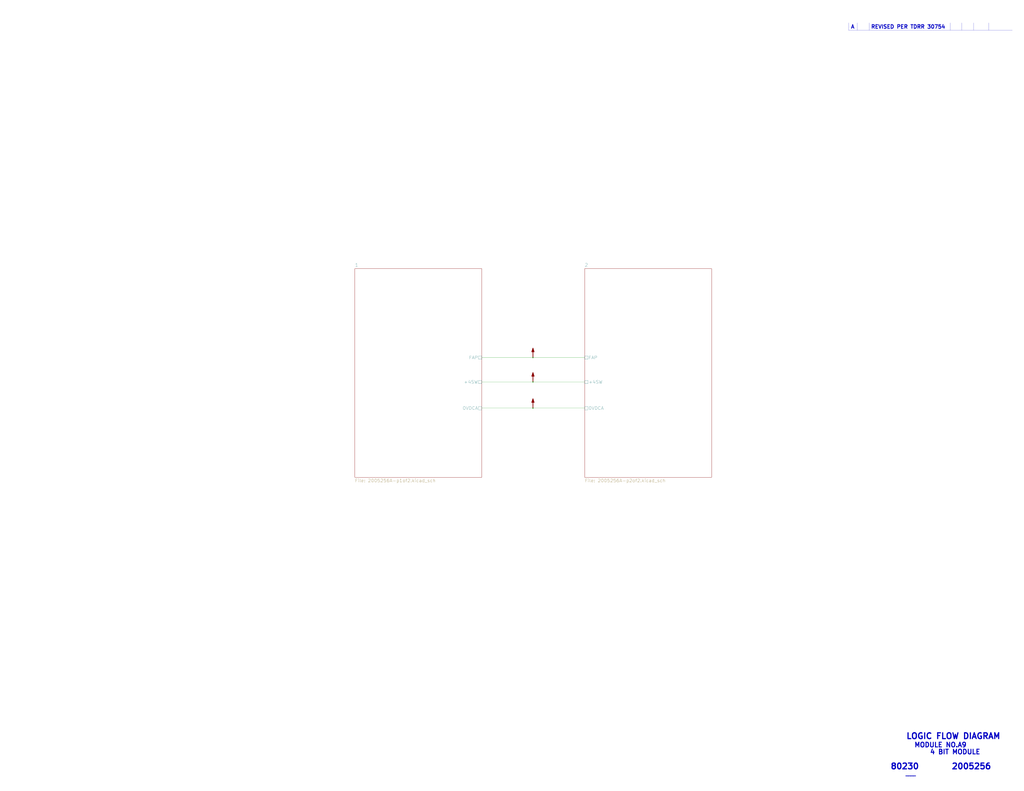
<source format=kicad_sch>
(kicad_sch (version 20211123) (generator eeschema)
  (paper "E")
  (lib_symbols
    (symbol "AGC_DSKY:PWR_FLAG" (power) (pin_numbers hide) (pin_names (offset 0) hide)
      (symbol "PWR_FLAG_0_0"
        (pin power_out line (at 0 0 90) (length 0) (name "pwr") (number "1"))
      )
      (symbol "PWR_FLAG_0_1"
        (polyline (pts (xy 0 0) (xy 0 10.16)) (stroke (width 0.762)))
        (polyline (pts (xy 0 10.16) (xy -1.27 6.35) (xy 1.27 6.35) (xy 0 10.16)) (stroke (width 0.762)) (fill (type outline)))
      )
    )
  )
  (junction (at 581.66 445.77))
  (junction (at 581.66 417.195))
  (junction (at 581.66 390.525))
  (polyline (pts (xy 1078.992 24.9682) (xy 1078.992 33.02)) (stroke (width 0.1524) (type solid)))
  (polyline (pts (xy 1062.5074 24.9682) (xy 1062.5074 33.02)) (stroke (width 0.1524) (type solid)))
  (wire (pts (xy 581.66 445.77) (xy 638.175 445.77)))
  (polyline (pts (xy 935.7106 24.9682) (xy 935.7106 33.02)) (stroke (width 0.1524) (type solid)))
  (polyline (pts (xy 1037.1074 24.9682) (xy 1037.1074 33.02)) (stroke (width 0.1524) (type solid)))
  (polyline (pts (xy 926.1094 24.9682) (xy 926.1094 33.02)) (stroke (width 0.1524) (type solid)))
  (wire (pts (xy 581.66 417.195) (xy 638.175 417.195)))
  (wire (pts (xy 525.78 445.77) (xy 581.66 445.77)))
  (wire (pts (xy 525.78 390.525) (xy 581.66 390.525)))
  (polyline (pts (xy 948.69 24.9428) (xy 948.69 32.9946)) (stroke (width 0.1524) (type solid)))
  (polyline (pts (xy 926.1094 33.02) (xy 1104.9 33.02)) (stroke (width 0.1524) (type solid)))
  (polyline (pts (xy 1049.8074 24.9682) (xy 1049.8074 33.02)) (stroke (width 0.1524) (type solid)))
  (wire (pts (xy 581.66 390.525) (xy 638.175 390.525)))
  (wire (pts (xy 525.78 417.195) (xy 581.66 417.195)))
  (text "2005256" (at 1038.225 840.74 0) (effects (font (size 6.35 6.35) (thickness 1.27) bold) (justify left bottom)))
  (text "MODULE NO.A9" (at 997.585 816.61 0) (effects (font (size 5.08 5.08) (thickness 1.016) bold) (justify left bottom)))
  (text "80230" (at 971.55 840.74 0) (effects (font (size 6.35 6.35) (thickness 1.27) bold) (justify left bottom)))
  (text "A      REVISED PER TDRR 30754" (at 928.37 31.75 0) (effects (font (size 4.064 4.064) (thickness 0.8128) bold) (justify left bottom)))
  (text "4 BIT MODULE" (at 1014.73 824.23 0) (effects (font (size 5.08 5.08) (thickness 1.016) bold) (justify left bottom)))
  (text "____" (at 988.06 847.725 0) (effects (font (size 3.556 3.556) (thickness 0.7112) bold) (justify left bottom)))
  (text "LOGIC FLOW DIAGRAM" (at 988.695 807.72 0) (effects (font (size 6.35 6.35) (thickness 1.27) bold) (justify left bottom)))
  (symbol (lib_id "AGC_DSKY:PWR_FLAG") (at 581.66 445.77 0) (unit 1)
    (property "Reference" "#FLG0103" (effects hide))
    (property "Value" "PWR_FLAG" (effects hide))
  )
  (symbol (lib_id "AGC_DSKY:PWR_FLAG") (at 581.66 417.195 0) (unit 1)
    (property "Reference" "#FLG0102" (effects hide))
    (property "Value" "PWR_FLAG" (effects hide))
  )
  (symbol (lib_id "AGC_DSKY:PWR_FLAG") (at 581.66 390.525 0) (unit 1)
    (property "Reference" "#FLG0101" (effects hide))
    (property "Value" "PWR_FLAG" (effects hide))
  )
  (sheet (at 387.35 293.37) (size 138.43 227.965)
    (property "Sheet name" "1" (at 387.35 291.5154 0) (effects (font (size 3.556 3.556)) (justify left bottom)))
    (property "Sheet file" "2005256A-p1of2.kicad_sch" (at 387.35 522.834 0) (effects (font (size 3.556 3.556)) (justify left top)))
    (pin "0VDCA" passive (at 525.78 445.77 0) (effects (font (size 3.556 3.556))))
    (pin "+4SW" passive (at 525.78 417.195 0) (effects (font (size 3.556 3.556))))
    (pin "FAP" passive (at 525.78 390.525 0) (effects (font (size 3.556 3.556))))
  )
  (sheet (at 638.175 293.37) (size 138.43 227.965)
    (property "Sheet name" "2" (at 638.175 291.5154 0) (effects (font (size 3.556 3.556)) (justify left bottom)))
    (property "Sheet file" "2005256A-p2of2.kicad_sch" (at 638.175 522.834 0) (effects (font (size 3.556 3.556)) (justify left top)))
    (pin "0VDCA" passive (at 638.175 445.77 180) (effects (font (size 3.556 3.556))))
    (pin "+4SW" passive (at 638.175 417.195 180) (effects (font (size 3.556 3.556))))
    (pin "FAP" passive (at 638.175 390.525 180) (effects (font (size 3.556 3.556))))
  )
)
</source>
